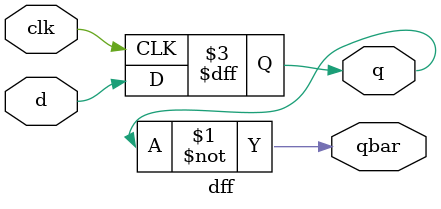
<source format=v>

module dff(input clk,
            input d,
            output reg q,
            output qbar
            );

            assign qbar = ~q;

            always@(posedge clk) begin
                q <= d;
            end

endmodule
</source>
